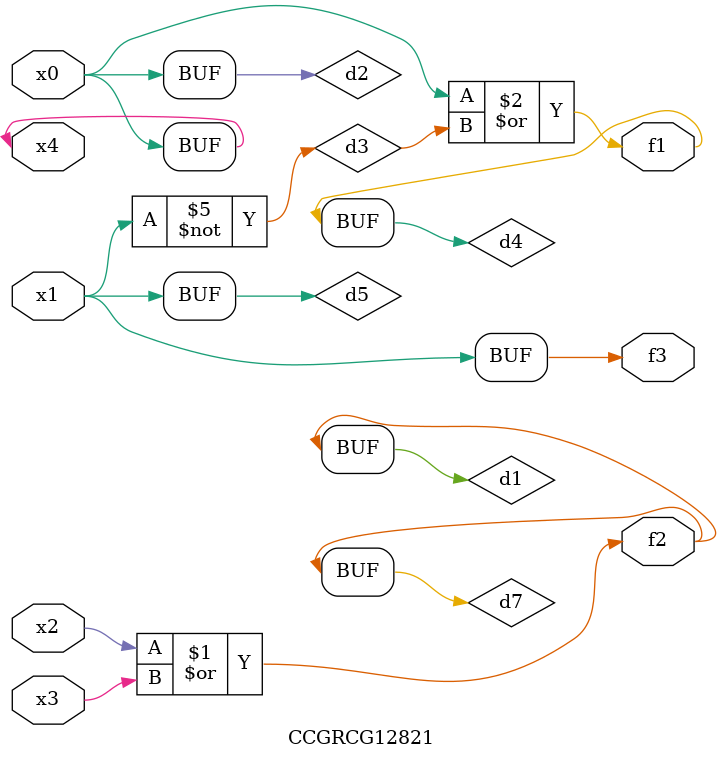
<source format=v>
module CCGRCG12821(
	input x0, x1, x2, x3, x4,
	output f1, f2, f3
);

	wire d1, d2, d3, d4, d5, d6, d7;

	or (d1, x2, x3);
	buf (d2, x0, x4);
	not (d3, x1);
	or (d4, d2, d3);
	not (d5, d3);
	nand (d6, d1, d3);
	or (d7, d1);
	assign f1 = d4;
	assign f2 = d7;
	assign f3 = d5;
endmodule

</source>
